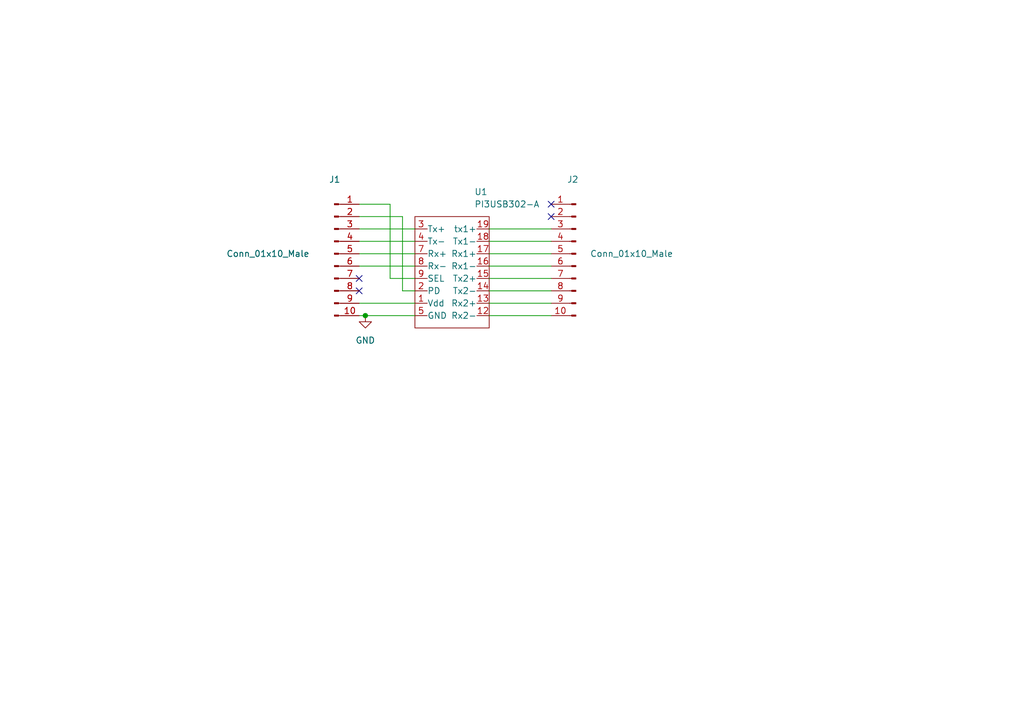
<source format=kicad_sch>
(kicad_sch (version 20211123) (generator eeschema)
  (paper "A5")
  (title_block (title "PI3USB302−A breakout ") (date "2022-11-23") (rev "Version:1 Rev:A") (company "Codethink Ltd."))
  (lib_symbols
    (symbol "Connector:Conn_01x10_Male" (pin_names (offset 1.016) hide)
      (property "Reference" "J" (at 0 12.7 0))
      (property "Value" "Conn_01x10_Male" (at 0 -15.24 0))
      (symbol "Conn_01x10_Male_1_1"
        (polyline (pts (xy 1.27 -12.7) (xy 0.8636 -12.7)) (stroke (width 0.1524)))
        (polyline (pts (xy 1.27 -10.16) (xy 0.8636 -10.16)) (stroke (width 0.1524)))
        (polyline (pts (xy 1.27 -7.62) (xy 0.8636 -7.62)) (stroke (width 0.1524)))
        (polyline (pts (xy 1.27 -5.08) (xy 0.8636 -5.08)) (stroke (width 0.1524)))
        (polyline (pts (xy 1.27 -2.54) (xy 0.8636 -2.54)) (stroke (width 0.1524)))
        (polyline (pts (xy 1.27 0) (xy 0.8636 0)) (stroke (width 0.1524)))
        (polyline (pts (xy 1.27 2.54) (xy 0.8636 2.54)) (stroke (width 0.1524)))
        (polyline (pts (xy 1.27 5.08) (xy 0.8636 5.08)) (stroke (width 0.1524)))
        (polyline (pts (xy 1.27 7.62) (xy 0.8636 7.62)) (stroke (width 0.1524)))
        (polyline (pts (xy 1.27 10.16) (xy 0.8636 10.16)) (stroke (width 0.1524)))
        (rectangle (start 0.8636 -12.573) (end 0 -12.827) (stroke (width 0.1524)) (fill (type outline)))
        (rectangle (start 0.8636 -10.033) (end 0 -10.287) (stroke (width 0.1524)) (fill (type outline)))
        (rectangle (start 0.8636 -7.493) (end 0 -7.747) (stroke (width 0.1524)) (fill (type outline)))
        (rectangle (start 0.8636 -4.953) (end 0 -5.207) (stroke (width 0.1524)) (fill (type outline)))
        (rectangle (start 0.8636 -2.413) (end 0 -2.667) (stroke (width 0.1524)) (fill (type outline)))
        (rectangle (start 0.8636 0.127) (end 0 -0.127) (stroke (width 0.1524)) (fill (type outline)))
        (rectangle (start 0.8636 2.667) (end 0 2.413) (stroke (width 0.1524)) (fill (type outline)))
        (rectangle (start 0.8636 5.207) (end 0 4.953) (stroke (width 0.1524)) (fill (type outline)))
        (rectangle (start 0.8636 7.747) (end 0 7.493) (stroke (width 0.1524)) (fill (type outline)))
        (rectangle (start 0.8636 10.287) (end 0 10.033) (stroke (width 0.1524)) (fill (type outline)))
        (pin passive line (at 5.08 10.16 180) (length 3.81) (name "Pin_1") (number "1"))
        (pin passive line (at 5.08 -12.7 180) (length 3.81) (name "Pin_10") (number "10"))
        (pin passive line (at 5.08 7.62 180) (length 3.81) (name "Pin_2") (number "2"))
        (pin passive line (at 5.08 5.08 180) (length 3.81) (name "Pin_3") (number "3"))
        (pin passive line (at 5.08 2.54 180) (length 3.81) (name "Pin_4") (number "4"))
        (pin passive line (at 5.08 0 180) (length 3.81) (name "Pin_5") (number "5"))
        (pin passive line (at 5.08 -2.54 180) (length 3.81) (name "Pin_6") (number "6"))
        (pin passive line (at 5.08 -5.08 180) (length 3.81) (name "Pin_7") (number "7"))
        (pin passive line (at 5.08 -7.62 180) (length 3.81) (name "Pin_8") (number "8"))
        (pin passive line (at 5.08 -10.16 180) (length 3.81) (name "Pin_9") (number "9"))
      )
    )
    (symbol "custom_symbols:PI3USB302−A" (pin_names (offset 0.002))
      (property "Reference" "U" (at 6.35 -12.7 0))
      (property "Value" "PI3USB302−A" (at 1.27 12.7 0))
      (symbol "PI3USB302−A_0_1"
        (rectangle (start -7.62 11.43) (end 7.62 -11.43))
      )
      (symbol "PI3USB302−A_1_1"
        (pin input line (at -7.62 -6.35 0) (length 2.54) (name "Vdd") (number "1"))
        (pin input line (at 7.62 -8.89 180) (length 2.54) (name "Rx2-") (number "12"))
        (pin input line (at 7.62 -6.35 180) (length 2.54) (name "Rx2+") (number "13"))
        (pin input line (at 7.62 -3.81 180) (length 2.54) (name "Tx2-") (number "14"))
        (pin input line (at 7.62 -1.27 180) (length 2.54) (name "Tx2+") (number "15"))
        (pin input line (at 7.62 1.27 180) (length 2.54) (name "Rx1-") (number "16"))
        (pin input line (at 7.62 3.81 180) (length 2.54) (name "Rx1+") (number "17"))
        (pin input line (at 7.62 6.35 180) (length 2.54) (name "Tx1-") (number "18"))
        (pin input line (at 7.62 8.89 180) (length 2.54) (name "tx1+") (number "19"))
        (pin input line (at -7.62 -3.81 0) (length 2.54) (name "PD") (number "2"))
        (pin input line (at -7.62 8.89 0) (length 2.54) (name "Tx+") (number "3"))
        (pin input line (at -7.62 6.35 0) (length 2.54) (name "Tx-") (number "4"))
        (pin input line (at -7.62 -8.89 0) (length 2.54) (name "GND") (number "5"))
        (pin input line (at -7.62 3.81 0) (length 2.54) (name "Rx+") (number "7"))
        (pin input line (at -7.62 1.27 0) (length 2.54) (name "Rx-") (number "8"))
        (pin input line (at -7.62 -1.27 0) (length 2.54) (name "SEL") (number "9"))
      )
    )
    (symbol "power:GND" (power) (pin_names (offset 0))
      (property "Value" "GND" (at 0 -3.81 0))
      (symbol "GND_0_1"
        (polyline (pts (xy 0 0) (xy 0 -1.27) (xy 1.27 -1.27) (xy 0 -2.54) (xy -1.27 -1.27) (xy 0 -1.27)))
      )
      (symbol "GND_1_1"
        (pin power_in line (at 0 0 270) (length 0) hide (name "GND") (number "1"))
      )
    )
  )
  (junction (at 74.93 64.77))
  (no_connect (at 113.03 41.91))
  (no_connect (at 113.03 44.45))
  (no_connect (at 73.66 57.15))
  (no_connect (at 73.66 59.69))
  (wire (pts (xy 73.66 49.53) (xy 85.09 49.53)))
  (wire (pts (xy 73.66 52.07) (xy 85.09 52.07)))
  (wire (pts (xy 73.66 54.61) (xy 85.09 54.61)))
  (wire (pts (xy 100.33 59.69) (xy 113.03 59.69)))
  (wire (pts (xy 73.66 64.77) (xy 74.93 64.77)))
  (wire (pts (xy 82.55 59.69) (xy 82.55 44.45)))
  (wire (pts (xy 74.93 64.77) (xy 85.09 64.77)))
  (wire (pts (xy 73.66 46.99) (xy 85.09 46.99)))
  (wire (pts (xy 82.55 44.45) (xy 73.66 44.45)))
  (wire (pts (xy 100.33 49.53) (xy 113.03 49.53)))
  (wire (pts (xy 100.33 64.77) (xy 113.03 64.77)))
  (wire (pts (xy 100.33 54.61) (xy 113.03 54.61)))
  (wire (pts (xy 100.33 62.23) (xy 113.03 62.23)))
  (wire (pts (xy 80.01 57.15) (xy 80.01 41.91)))
  (wire (pts (xy 85.09 59.69) (xy 82.55 59.69)))
  (wire (pts (xy 100.33 57.15) (xy 113.03 57.15)))
  (wire (pts (xy 100.33 52.07) (xy 113.03 52.07)))
  (wire (pts (xy 100.33 46.99) (xy 113.03 46.99)))
  (wire (pts (xy 85.09 57.15) (xy 80.01 57.15)))
  (wire (pts (xy 73.66 62.23) (xy 85.09 62.23)))
  (wire (pts (xy 80.01 41.91) (xy 73.66 41.91)))
  (symbol (lib_id "Connector:Conn_01x10_Male") (at 68.58 52.07 0) (unit 1)
    (property "Reference" "J1" (at 69.85 36.83 0) (effects (justify right)))
    (property "Value" "Conn_01x10_Male" (at 63.5 52.07 0) (effects (justify right)))
    (property "Footprint" "Connector_PinHeader_2.54mm:PinHeader_1x10_P2.54mm_Vertical" (effects hide))
  )
  (symbol (lib_id "custom_symbols:PI3USB302−A") (at 92.71 55.88 0) (unit 1)
    (property "Reference" "U1" (at 97.2694 39.37 0) (effects (justify left)))
    (property "Value" "PI3USB302−A" (at 97.2694 41.91 0) (effects (justify left)))
    (property "Footprint" "custom_footprints:PI3USB302−A" (effects hide))
  )
  (symbol (lib_id "Connector:Conn_01x10_Male") (at 118.11 52.07 0) (mirror y) (unit 1)
    (property "Reference" "J2" (at 117.475 36.83 0))
    (property "Value" "Conn_01x10_Male" (at 129.54 52.07 0))
    (property "Footprint" "Connector_PinHeader_2.54mm:PinHeader_1x10_P2.54mm_Vertical" (effects hide))
  )
  (symbol (lib_id "power:GND") (at 74.93 64.77 0) (unit 1)
    (property "Reference" "#PWR?" (effects hide))
    (property "Value" "GND" (at 74.93 69.85 0))
  )
)
</source>
